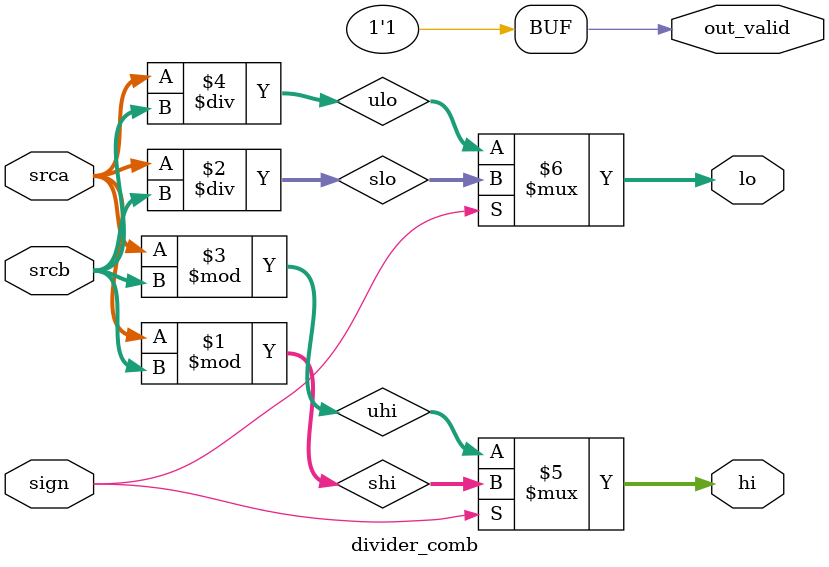
<source format=sv>
`timescale 1ns / 1ps


module divider_comb(
	input logic sign,
	input logic [31:0] srca,
	input logic [31:0] srcb,
	output logic out_valid,
	output logic [31:0] hi,
	output logic [31:0] lo
    );
    logic[31:0] shi, slo, uhi, ulo;
    assign shi = signed'(srca) % signed'(srcb);
    assign slo = signed'(srca) / signed'(srcb);
    assign uhi = srca % srcb;
    assign ulo = srca / srcb;
    
    
    assign out_valid = 1'b1;
    assign hi = sign ? shi : uhi;
	assign lo = sign ? slo : ulo;
    
endmodule

</source>
